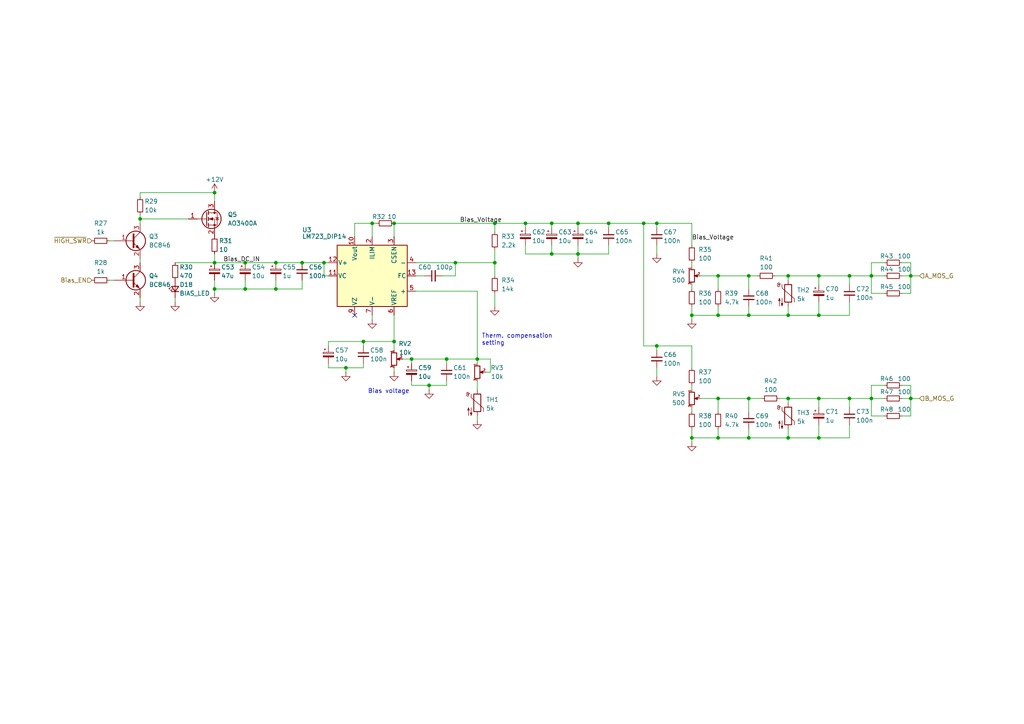
<source format=kicad_sch>
(kicad_sch (version 20231120) (generator "eeschema") (generator_version "8.0")
  (paper "A4")
  (title_block (title "600 W LDMOS HF RF Amplifier - Forte") (date "2023-07-08") (rev "1.1") (company "SP6GK") (comment 1 "RF pallet") (comment 2 "Bias network"))
  (lib_symbols
    (symbol "Device:C_Polarized_Small" (pin_numbers hide) (pin_names (offset 0.254) hide)
      (property "Reference" "C" (at 0.254 1.778 0))
      (property "Value" "C_Polarized_Small" (at 0.254 -2.032 0))
      (symbol "C_Polarized_Small_0_1"
        (rectangle (start -1.524 -0.3048) (end 1.524 -0.6858) (fill (type outline)))
        (rectangle (start -1.524 0.6858) (end 1.524 0.3048))
        (polyline (pts (xy -1.27 1.524) (xy -0.762 1.524)))
        (polyline (pts (xy -1.016 1.27) (xy -1.016 1.778)))
      )
      (symbol "C_Polarized_Small_1_1"
        (pin passive line (at 0 2.54 270) (length 1.8542) (name "~") (number "1"))
        (pin passive line (at 0 -2.54 90) (length 1.8542) (name "~") (number "2"))
      )
    )
    (symbol "Device:C_Small" (pin_numbers hide) (pin_names (offset 0.254) hide)
      (property "Reference" "C" (at 0.254 1.778 0))
      (property "Value" "C_Small" (at 0.254 -2.032 0))
      (symbol "C_Small_0_1"
        (polyline (pts (xy -1.524 -0.508) (xy 1.524 -0.508)) (stroke (width 0.3302)))
        (polyline (pts (xy -1.524 0.508) (xy 1.524 0.508)) (stroke (width 0.3048)))
      )
      (symbol "C_Small_1_1"
        (pin passive line (at 0 2.54 270) (length 2.032) (name "~") (number "1"))
        (pin passive line (at 0 -2.54 90) (length 2.032) (name "~") (number "2"))
      )
    )
    (symbol "Device:LED_Small" (pin_numbers hide) (pin_names (offset 0.254) hide)
      (property "Reference" "D" (at -1.27 3.175 0))
      (property "Value" "LED_Small" (at -4.445 -2.54 0))
      (symbol "LED_Small_0_1"
        (polyline (pts (xy -0.762 -1.016) (xy -0.762 1.016)) (stroke (width 0.254)))
        (polyline (pts (xy 1.016 0) (xy -0.762 0)))
        (polyline (pts (xy 0.762 -1.016) (xy -0.762 0) (xy 0.762 1.016) (xy 0.762 -1.016)) (stroke (width 0.254)))
        (polyline (pts (xy 0 0.762) (xy -0.508 1.27) (xy -0.254 1.27) (xy -0.508 1.27) (xy -0.508 1.016)))
        (polyline (pts (xy 0.508 1.27) (xy 0 1.778) (xy 0.254 1.778) (xy 0 1.778) (xy 0 1.524)))
      )
      (symbol "LED_Small_1_1"
        (pin passive line (at -2.54 0 0) (length 1.778) (name "K") (number "1"))
        (pin passive line (at 2.54 0 180) (length 1.778) (name "A") (number "2"))
      )
    )
    (symbol "Device:R_Potentiometer_Small" (pin_names (offset 1.016) hide)
      (property "Reference" "RV" (at -4.445 0 90))
      (property "Value" "R_Potentiometer_Small" (at -2.54 0 90))
      (symbol "R_Potentiometer_Small_0_1"
        (polyline (pts (xy 0.889 0) (xy 0.635 0) (xy 1.651 0.381) (xy 1.651 -0.381) (xy 0.635 0) (xy 0.889 0)) (fill (type outline)))
        (rectangle (start 0.762 1.8034) (end -0.762 -1.8034) (stroke (width 0.254)))
      )
      (symbol "R_Potentiometer_Small_1_1"
        (pin passive line (at 0 2.54 270) (length 0.635) (name "1") (number "1"))
        (pin passive line (at 2.54 0 180) (length 0.9906) (name "2") (number "2"))
        (pin passive line (at 0 -2.54 90) (length 0.635) (name "3") (number "3"))
      )
    )
    (symbol "Device:R_Small" (pin_numbers hide) (pin_names (offset 0.254) hide)
      (property "Reference" "R" (at 0.762 0.508 0))
      (property "Value" "R_Small" (at 0.762 -1.016 0))
      (symbol "R_Small_0_1"
        (rectangle (start -0.762 1.778) (end 0.762 -1.778) (stroke (width 0.2032)))
      )
      (symbol "R_Small_1_1"
        (pin passive line (at 0 2.54 270) (length 0.762) (name "~") (number "1"))
        (pin passive line (at 0 -2.54 90) (length 0.762) (name "~") (number "2"))
      )
    )
    (symbol "Device:Thermistor_NTC" (pin_numbers hide) (pin_names (offset 0))
      (property "Reference" "TH" (at -4.445 0 90))
      (property "Value" "Thermistor_NTC" (at 3.175 0 90))
      (symbol "Thermistor_NTC_0_1"
        (arc (start -3.048 2.159) (mid -3.0495 2.3143) (end -3.175 2.413))
        (arc (start -3.048 2.159) (mid -2.9736 1.9794) (end -2.794 1.905))
        (arc (start -3.048 2.794) (mid -2.9736 2.6144) (end -2.794 2.54))
        (arc (start -2.794 1.905) (mid -2.6144 1.9794) (end -2.54 2.159))
        (arc (start -2.794 2.54) (mid -2.4393 2.5587) (end -2.159 2.794))
        (arc (start -2.794 3.048) (mid -2.9736 2.9736) (end -3.048 2.794))
        (arc (start -2.54 2.794) (mid -2.6144 2.9736) (end -2.794 3.048))
        (rectangle (start -1.016 2.54) (end 1.016 -2.54) (stroke (width 0.254)))
        (polyline (pts (xy -2.54 2.159) (xy -2.54 2.794)))
        (polyline (pts (xy -1.778 2.54) (xy -1.778 1.524) (xy 1.778 -1.524) (xy 1.778 -2.54)))
        (polyline (pts (xy -2.54 -3.683) (xy -2.54 -1.397) (xy -2.794 -2.159) (xy -2.286 -2.159) (xy -2.54 -1.397) (xy -2.54 -1.651)) (fill (type outline)))
        (polyline (pts (xy -1.778 -1.397) (xy -1.778 -3.683) (xy -2.032 -2.921) (xy -1.524 -2.921) (xy -1.778 -3.683) (xy -1.778 -3.429)) (fill (type outline)))
      )
      (symbol "Thermistor_NTC_1_1"
        (pin passive line (at 0 3.81 270) (length 1.27) (name "~") (number "1"))
        (pin passive line (at 0 -3.81 90) (length 1.27) (name "~") (number "2"))
      )
    )
    (symbol "LM723_DIP14_1" (pin_names (offset 0.254))
      (property "Reference" "U7" (at 8.255 12.065 0))
      (property "Value" "LM723_DIP14" (at 8.255 10.16 0))
      (symbol "LM723_DIP14_1_0_1"
        (rectangle (start -10.16 8.89) (end 10.16 -8.89) (stroke (width 0.254)) (fill (type background)))
      )
      (symbol "LM723_DIP14_1_1_1"
        (pin no_connect line (at -13.335 17.145 0) (length 2.54) hide (name "NC") (number "1"))
        (pin power_out line (at -5.08 11.43 270) (length 2.54) (name "Vout") (number "10"))
        (pin power_in line (at -12.7 0 0) (length 2.54) (name "VC") (number "11"))
        (pin power_in line (at -12.7 3.81 0) (length 2.54) (name "V+") (number "12"))
        (pin input line (at 12.7 0 180) (length 2.54) (name "FC") (number "13"))
        (pin no_connect line (at -19.685 17.78 0) (length 2.54) hide (name "NC") (number "14"))
        (pin input line (at 0 11.43 270) (length 2.54) (name "ILIM") (number "2"))
        (pin input line (at 6.35 11.43 270) (length 2.54) (name "CSEN") (number "3"))
        (pin input line (at 12.7 3.81 180) (length 2.54) (name "-") (number "4"))
        (pin input line (at 12.7 -4.445 180) (length 2.54) (name "+") (number "5"))
        (pin power_out line (at 6.35 -11.43 90) (length 2.54) (name "VREF") (number "6"))
        (pin power_in line (at 0 -11.43 90) (length 2.54) (name "V-") (number "7"))
        (pin no_connect line (at -8.89 18.415 0) (length 2.54) hide (name "NC") (number "8"))
        (pin input line (at -5.08 -11.43 90) (length 2.54) (name "VZ") (number "9"))
      )
    )
    (symbol "Transistor_BJT:BC846" (pin_names (offset 0) hide)
      (property "Reference" "Q" (at 5.08 1.905 0))
      (property "Value" "BC846" (at 5.08 0 0))
      (symbol "BC846_0_1"
        (polyline (pts (xy 0.635 0.635) (xy 2.54 2.54)))
        (polyline (pts (xy 0.635 -0.635) (xy 2.54 -2.54) (xy 2.54 -2.54)))
        (polyline (pts (xy 0.635 1.905) (xy 0.635 -1.905) (xy 0.635 -1.905)) (stroke (width 0.508)))
        (polyline (pts (xy 1.27 -1.778) (xy 1.778 -1.27) (xy 2.286 -2.286) (xy 1.27 -1.778) (xy 1.27 -1.778)) (fill (type outline)))
        (circle (center 1.27 0) (radius 2.8194) (stroke (width 0.254)))
      )
      (symbol "BC846_1_1"
        (pin input line (at -5.08 0 0) (length 5.715) (name "B") (number "1"))
        (pin passive line (at 2.54 -5.08 90) (length 2.54) (name "E") (number "2"))
        (pin passive line (at 2.54 5.08 270) (length 2.54) (name "C") (number "3"))
      )
    )
    (symbol "Transistor_FET:AO3400A" (pin_names hide)
      (property "Reference" "Q" (at 5.08 1.905 0))
      (property "Value" "AO3400A" (at 5.08 0 0))
      (symbol "AO3400A_0_1"
        (polyline (pts (xy 0.254 0) (xy -2.54 0)))
        (polyline (pts (xy 0.254 1.905) (xy 0.254 -1.905)) (stroke (width 0.254)))
        (polyline (pts (xy 0.762 -1.27) (xy 0.762 -2.286)) (stroke (width 0.254)))
        (polyline (pts (xy 0.762 0.508) (xy 0.762 -0.508)) (stroke (width 0.254)))
        (polyline (pts (xy 0.762 2.286) (xy 0.762 1.27)) (stroke (width 0.254)))
        (polyline (pts (xy 2.54 2.54) (xy 2.54 1.778)))
        (polyline (pts (xy 2.54 -2.54) (xy 2.54 0) (xy 0.762 0)))
        (polyline (pts (xy 0.762 -1.778) (xy 3.302 -1.778) (xy 3.302 1.778) (xy 0.762 1.778)))
        (polyline (pts (xy 1.016 0) (xy 2.032 0.381) (xy 2.032 -0.381) (xy 1.016 0)) (fill (type outline)))
        (polyline (pts (xy 2.794 0.508) (xy 2.921 0.381) (xy 3.683 0.381) (xy 3.81 0.254)))
        (polyline (pts (xy 3.302 0.381) (xy 2.921 -0.254) (xy 3.683 -0.254) (xy 3.302 0.381)))
        (circle (center 1.651 0) (radius 2.794) (stroke (width 0.254)))
        (circle (center 2.54 -1.778) (radius 0.254) (fill (type outline)))
        (circle (center 2.54 1.778) (radius 0.254) (fill (type outline)))
      )
      (symbol "AO3400A_1_1"
        (pin input line (at -5.08 0 0) (length 2.54) (name "G") (number "1"))
        (pin passive line (at 2.54 -5.08 90) (length 2.54) (name "S") (number "2"))
        (pin passive line (at 2.54 5.08 270) (length 2.54) (name "D") (number "3"))
      )
    )
    (symbol "power:+12V" (power) (pin_numbers hide) (pin_names (offset 0) hide)
      (property "Value" "+12V" (at 0 3.556 0))
      (symbol "+12V_0_1"
        (polyline (pts (xy -0.762 1.27) (xy 0 2.54)))
        (polyline (pts (xy 0 0) (xy 0 2.54)))
        (polyline (pts (xy 0 2.54) (xy 0.762 1.27)))
      )
      (symbol "+12V_1_1"
        (pin power_in line (at 0 0 90) (length 0) (name "~") (number "1"))
      )
    )
    (symbol "power:GND" (power) (pin_numbers hide) (pin_names (offset 0) hide)
      (property "Value" "GND" (at 0 -3.81 0))
      (symbol "GND_0_1"
        (polyline (pts (xy 0 0) (xy 0 -1.27) (xy 1.27 -1.27) (xy 0 -2.54) (xy -1.27 -1.27) (xy 0 -1.27)))
      )
      (symbol "GND_1_1"
        (pin power_in line (at 0 0 270) (length 0) (name "~") (number "1"))
      )
    )
  )
  (junction (at 237.49 80.01))
  (junction (at 124.46 111.76))
  (junction (at 228.6 91.44))
  (junction (at 71.12 83.82))
  (junction (at 190.5 64.77))
  (junction (at 160.02 73.66))
  (junction (at 107.95 64.77))
  (junction (at 105.41 99.06))
  (junction (at 62.23 76.2))
  (junction (at 100.33 106.68))
  (junction (at 217.17 115.57))
  (junction (at 152.4 64.77))
  (junction (at 200.66 91.44))
  (junction (at 40.64 63.5))
  (junction (at 167.64 73.66))
  (junction (at 143.51 64.77))
  (junction (at 200.66 127))
  (junction (at 217.17 91.44))
  (junction (at 71.12 76.2))
  (junction (at 114.3 99.06))
  (junction (at 190.5 100.33))
  (junction (at 228.6 80.01))
  (junction (at 114.3 64.77))
  (junction (at 176.53 64.77))
  (junction (at 208.28 91.44))
  (junction (at 80.01 76.2))
  (junction (at 167.64 64.77))
  (junction (at 217.17 127))
  (junction (at 228.6 127))
  (junction (at 237.49 115.57))
  (junction (at 132.08 76.2))
  (junction (at 237.49 127))
  (junction (at 208.28 127))
  (junction (at 160.02 64.77))
  (junction (at 246.38 115.57))
  (junction (at 93.98 76.2))
  (junction (at 264.16 80.01))
  (junction (at 87.63 76.2))
  (junction (at 264.16 115.57))
  (junction (at 252.73 115.57))
  (junction (at 129.54 104.14))
  (junction (at 62.23 83.82))
  (junction (at 208.28 115.57))
  (junction (at 138.43 104.14))
  (junction (at 217.17 80.01))
  (junction (at 80.01 83.82))
  (junction (at 143.51 76.2))
  (junction (at 186.69 64.77))
  (junction (at 62.23 55.88))
  (junction (at 237.49 91.44))
  (junction (at 119.38 104.14))
  (junction (at 252.73 80.01))
  (junction (at 228.6 115.57))
  (junction (at 208.28 80.01))
  (junction (at 246.38 80.01))
  (no_connect (at 102.87 91.44))
  (wire (pts (xy 100.33 106.68) (xy 100.33 107.95)))
  (wire (pts (xy 200.66 100.33) (xy 200.66 106.68)))
  (wire (pts (xy 167.64 71.12) (xy 167.64 73.66)))
  (wire (pts (xy 129.54 104.14) (xy 129.54 105.41)))
  (wire (pts (xy 252.73 115.57) (xy 256.54 115.57)))
  (wire (pts (xy 107.95 64.77) (xy 102.87 64.77)))
  (wire (pts (xy 120.65 76.2) (xy 132.08 76.2)))
  (wire (pts (xy 160.02 64.77) (xy 160.02 66.04)))
  (wire (pts (xy 176.53 64.77) (xy 176.53 66.04)))
  (wire (pts (xy 62.23 55.88) (xy 62.23 58.42)))
  (wire (pts (xy 160.02 64.77) (xy 167.64 64.77)))
  (wire (pts (xy 246.38 123.19) (xy 246.38 127)))
  (wire (pts (xy 142.24 104.14) (xy 138.43 104.14)))
  (wire (pts (xy 217.17 80.01) (xy 217.17 83.82)))
  (wire (pts (xy 95.25 80.01) (xy 93.98 80.01)))
  (wire (pts (xy 107.95 91.44) (xy 107.95 92.71)))
  (wire (pts (xy 190.5 100.33) (xy 186.69 100.33)))
  (wire (pts (xy 208.28 127) (xy 217.17 127)))
  (wire (pts (xy 190.5 71.12) (xy 190.5 73.66)))
  (wire (pts (xy 256.54 76.2) (xy 252.73 76.2)))
  (wire (pts (xy 203.2 80.01) (xy 208.28 80.01)))
  (wire (pts (xy 252.73 111.76) (xy 252.73 115.57)))
  (wire (pts (xy 176.53 71.12) (xy 176.53 73.66)))
  (wire (pts (xy 105.41 99.06) (xy 105.41 100.33)))
  (wire (pts (xy 252.73 76.2) (xy 252.73 80.01)))
  (wire (pts (xy 114.3 91.44) (xy 114.3 99.06)))
  (wire (pts (xy 208.28 127) (xy 208.28 124.46)))
  (wire (pts (xy 228.6 88.9) (xy 228.6 91.44)))
  (wire (pts (xy 217.17 115.57) (xy 217.17 119.38)))
  (wire (pts (xy 71.12 76.2) (xy 80.01 76.2)))
  (wire (pts (xy 237.49 115.57) (xy 246.38 115.57)))
  (wire (pts (xy 217.17 91.44) (xy 217.17 88.9)))
  (wire (pts (xy 167.64 73.66) (xy 176.53 73.66)))
  (wire (pts (xy 200.66 91.44) (xy 208.28 91.44)))
  (wire (pts (xy 237.49 82.55) (xy 237.49 80.01)))
  (wire (pts (xy 208.28 80.01) (xy 208.28 83.82)))
  (wire (pts (xy 200.66 127) (xy 208.28 127)))
  (wire (pts (xy 87.63 81.28) (xy 87.63 83.82)))
  (wire (pts (xy 100.33 106.68) (xy 95.25 106.68)))
  (wire (pts (xy 200.66 82.55) (xy 200.66 83.82)))
  (wire (pts (xy 124.46 111.76) (xy 129.54 111.76)))
  (wire (pts (xy 120.65 80.01) (xy 123.19 80.01)))
  (wire (pts (xy 190.5 101.6) (xy 190.5 100.33)))
  (wire (pts (xy 105.41 105.41) (xy 105.41 106.68)))
  (wire (pts (xy 167.64 64.77) (xy 167.64 66.04)))
  (wire (pts (xy 228.6 124.46) (xy 228.6 127)))
  (wire (pts (xy 31.75 69.85) (xy 33.02 69.85)))
  (wire (pts (xy 143.51 85.09) (xy 143.51 88.9)))
  (wire (pts (xy 256.54 120.65) (xy 252.73 120.65)))
  (wire (pts (xy 237.49 118.11) (xy 237.49 115.57)))
  (wire (pts (xy 160.02 71.12) (xy 160.02 73.66)))
  (wire (pts (xy 152.4 73.66) (xy 160.02 73.66)))
  (wire (pts (xy 119.38 110.49) (xy 119.38 111.76)))
  (wire (pts (xy 62.23 83.82) (xy 62.23 85.09)))
  (wire (pts (xy 200.66 111.76) (xy 200.66 113.03)))
  (wire (pts (xy 228.6 80.01) (xy 228.6 81.28)))
  (wire (pts (xy 114.3 64.77) (xy 143.51 64.77)))
  (wire (pts (xy 128.27 80.01) (xy 132.08 80.01)))
  (wire (pts (xy 93.98 76.2) (xy 93.98 80.01)))
  (wire (pts (xy 252.73 80.01) (xy 256.54 80.01)))
  (wire (pts (xy 87.63 76.2) (xy 93.98 76.2)))
  (wire (pts (xy 252.73 115.57) (xy 252.73 120.65)))
  (wire (pts (xy 140.97 107.95) (xy 142.24 107.95)))
  (wire (pts (xy 208.28 91.44) (xy 217.17 91.44)))
  (wire (pts (xy 237.49 80.01) (xy 246.38 80.01)))
  (wire (pts (xy 186.69 64.77) (xy 190.5 64.77)))
  (wire (pts (xy 224.79 80.01) (xy 228.6 80.01)))
  (wire (pts (xy 237.49 91.44) (xy 246.38 91.44)))
  (wire (pts (xy 143.51 76.2) (xy 143.51 80.01)))
  (wire (pts (xy 152.4 64.77) (xy 160.02 64.77)))
  (wire (pts (xy 40.64 55.88) (xy 62.23 55.88)))
  (wire (pts (xy 261.62 76.2) (xy 264.16 76.2)))
  (wire (pts (xy 208.28 115.57) (xy 217.17 115.57)))
  (wire (pts (xy 200.66 76.2) (xy 200.66 77.47)))
  (wire (pts (xy 132.08 76.2) (xy 143.51 76.2)))
  (wire (pts (xy 93.98 76.2) (xy 95.25 76.2)))
  (wire (pts (xy 190.5 106.68) (xy 190.5 109.22)))
  (wire (pts (xy 261.62 120.65) (xy 264.16 120.65)))
  (wire (pts (xy 80.01 83.82) (xy 87.63 83.82)))
  (wire (pts (xy 264.16 115.57) (xy 264.16 120.65)))
  (wire (pts (xy 80.01 81.28) (xy 80.01 83.82)))
  (wire (pts (xy 40.64 55.88) (xy 40.64 57.15)))
  (wire (pts (xy 152.4 71.12) (xy 152.4 73.66)))
  (wire (pts (xy 62.23 81.28) (xy 62.23 83.82)))
  (wire (pts (xy 190.5 100.33) (xy 200.66 100.33)))
  (wire (pts (xy 228.6 127) (xy 237.49 127)))
  (wire (pts (xy 138.43 104.14) (xy 138.43 105.41)))
  (wire (pts (xy 116.84 104.14) (xy 119.38 104.14)))
  (wire (pts (xy 264.16 111.76) (xy 264.16 115.57)))
  (wire (pts (xy 200.66 127) (xy 200.66 128.27)))
  (wire (pts (xy 246.38 80.01) (xy 252.73 80.01)))
  (wire (pts (xy 237.49 123.19) (xy 237.49 127)))
  (wire (pts (xy 138.43 104.14) (xy 138.43 84.455)))
  (wire (pts (xy 152.4 64.77) (xy 152.4 66.04)))
  (wire (pts (xy 138.43 120.65) (xy 138.43 121.92)))
  (wire (pts (xy 50.8 76.2) (xy 62.23 76.2)))
  (wire (pts (xy 246.38 118.11) (xy 246.38 115.57)))
  (wire (pts (xy 40.64 63.5) (xy 54.61 63.5)))
  (wire (pts (xy 109.22 64.77) (xy 107.95 64.77)))
  (wire (pts (xy 226.06 115.57) (xy 228.6 115.57)))
  (wire (pts (xy 208.28 115.57) (xy 208.28 119.38)))
  (wire (pts (xy 200.66 91.44) (xy 200.66 92.71)))
  (wire (pts (xy 71.12 81.28) (xy 71.12 83.82)))
  (wire (pts (xy 228.6 91.44) (xy 237.49 91.44)))
  (wire (pts (xy 203.2 115.57) (xy 208.28 115.57)))
  (wire (pts (xy 246.38 82.55) (xy 246.38 80.01)))
  (wire (pts (xy 50.8 86.36) (xy 50.8 87.63)))
  (wire (pts (xy 264.16 115.57) (xy 266.7 115.57)))
  (wire (pts (xy 190.5 66.04) (xy 190.5 64.77)))
  (wire (pts (xy 246.38 115.57) (xy 252.73 115.57)))
  (wire (pts (xy 124.46 111.76) (xy 124.46 113.03)))
  (wire (pts (xy 217.17 127) (xy 217.17 124.46)))
  (wire (pts (xy 62.23 73.66) (xy 62.23 76.2)))
  (wire (pts (xy 138.43 110.49) (xy 138.43 113.03)))
  (wire (pts (xy 264.16 76.2) (xy 264.16 80.01)))
  (wire (pts (xy 132.08 80.01) (xy 132.08 76.2)))
  (wire (pts (xy 105.41 106.68) (xy 100.33 106.68)))
  (wire (pts (xy 114.3 106.68) (xy 114.3 107.95)))
  (wire (pts (xy 200.66 118.11) (xy 200.66 119.38)))
  (wire (pts (xy 200.66 64.77) (xy 200.66 71.12)))
  (wire (pts (xy 62.23 76.2) (xy 71.12 76.2)))
  (wire (pts (xy 31.75 81.28) (xy 33.02 81.28)))
  (wire (pts (xy 40.64 62.23) (xy 40.64 63.5)))
  (wire (pts (xy 228.6 115.57) (xy 228.6 116.84)))
  (wire (pts (xy 167.64 73.66) (xy 167.64 74.93)))
  (wire (pts (xy 107.95 64.77) (xy 107.95 68.58)))
  (wire (pts (xy 114.3 99.06) (xy 114.3 101.6)))
  (wire (pts (xy 114.3 99.06) (xy 105.41 99.06)))
  (wire (pts (xy 217.17 127) (xy 228.6 127)))
  (wire (pts (xy 102.87 64.77) (xy 102.87 68.58)))
  (wire (pts (xy 208.28 80.01) (xy 217.17 80.01)))
  (wire (pts (xy 143.51 64.77) (xy 152.4 64.77)))
  (wire (pts (xy 237.49 127) (xy 246.38 127)))
  (wire (pts (xy 261.62 111.76) (xy 264.16 111.76)))
  (wire (pts (xy 190.5 64.77) (xy 200.66 64.77)))
  (wire (pts (xy 261.62 80.01) (xy 264.16 80.01)))
  (wire (pts (xy 228.6 115.57) (xy 237.49 115.57)))
  (wire (pts (xy 261.62 115.57) (xy 264.16 115.57)))
  (wire (pts (xy 40.64 63.5) (xy 40.64 64.77)))
  (wire (pts (xy 143.51 67.31) (xy 143.51 64.77)))
  (wire (pts (xy 95.25 99.06) (xy 105.41 99.06)))
  (wire (pts (xy 200.66 124.46) (xy 200.66 127)))
  (wire (pts (xy 186.69 100.33) (xy 186.69 64.77)))
  (wire (pts (xy 208.28 91.44) (xy 208.28 88.9)))
  (wire (pts (xy 252.73 80.01) (xy 252.73 85.09)))
  (wire (pts (xy 80.01 76.2) (xy 87.63 76.2)))
  (wire (pts (xy 167.64 64.77) (xy 176.53 64.77)))
  (wire (pts (xy 40.64 86.36) (xy 40.64 87.63)))
  (wire (pts (xy 119.38 111.76) (xy 124.46 111.76)))
  (wire (pts (xy 246.38 87.63) (xy 246.38 91.44)))
  (wire (pts (xy 95.25 106.68) (xy 95.25 105.41)))
  (wire (pts (xy 217.17 115.57) (xy 220.98 115.57)))
  (wire (pts (xy 62.23 83.82) (xy 71.12 83.82)))
  (wire (pts (xy 217.17 80.01) (xy 219.71 80.01)))
  (wire (pts (xy 142.24 107.95) (xy 142.24 104.14)))
  (wire (pts (xy 264.16 80.01) (xy 266.7 80.01)))
  (wire (pts (xy 129.54 104.14) (xy 138.43 104.14)))
  (wire (pts (xy 256.54 111.76) (xy 252.73 111.76)))
  (wire (pts (xy 200.66 88.9) (xy 200.66 91.44)))
  (wire (pts (xy 138.43 84.455) (xy 120.65 84.455)))
  (wire (pts (xy 261.62 85.09) (xy 264.16 85.09)))
  (wire (pts (xy 237.49 87.63) (xy 237.49 91.44)))
  (wire (pts (xy 176.53 64.77) (xy 186.69 64.77)))
  (wire (pts (xy 95.25 100.33) (xy 95.25 99.06)))
  (wire (pts (xy 228.6 80.01) (xy 237.49 80.01)))
  (wire (pts (xy 40.64 74.93) (xy 40.64 76.2)))
  (wire (pts (xy 71.12 83.82) (xy 80.01 83.82)))
  (wire (pts (xy 129.54 110.49) (xy 129.54 111.76)))
  (wire (pts (xy 119.38 104.14) (xy 129.54 104.14)))
  (wire (pts (xy 114.3 64.77) (xy 114.3 68.58)))
  (wire (pts (xy 217.17 91.44) (xy 228.6 91.44)))
  (wire (pts (xy 119.38 104.14) (xy 119.38 105.41)))
  (wire (pts (xy 256.54 85.09) (xy 252.73 85.09)))
  (wire (pts (xy 264.16 80.01) (xy 264.16 85.09)))
  (wire (pts (xy 143.51 72.39) (xy 143.51 76.2)))
  (wire (pts (xy 160.02 73.66) (xy 167.64 73.66)))
  (text "Bias voltage" (at 106.68 114.3 0) (effects (font (size 1.27 1.27)) (justify left bottom)))
  (text "Therm. compensation\nsetting" (at 139.7 100.33 0) (effects (font (size 1.27 1.27)) (justify left bottom)))
  (label "Bias_Voltage" (at 200.66 69.85 0))
  (label "Bias_DC_IN" (at 64.77 76.2 0))
  (label "Bias_Voltage" (at 133.35 64.77 0))
  (hierarchical_label "A_MOS_G" (shape input) (at 266.7 80.01 0))
  (hierarchical_label "~{HIGH_SWR}" (shape input) (at 26.67 69.85 180))
  (hierarchical_label "Bias_EN" (shape input) (at 26.67 81.28 180))
  (hierarchical_label "B_MOS_G" (shape input) (at 266.7 115.57 0))
  (symbol (lib_id "Device:R_Small") (at 200.66 73.66 0) (unit 1)
    (property "Reference" "R35" (at 202.565 72.39 0) (effects (justify left)))
    (property "Value" "100" (at 202.565 74.93 0) (effects (justify left)))
    (property "Footprint" "Resistor_SMD:R_1812_4532Metric_Pad1.30x3.40mm_HandSolder" (effects (hide yes)))
  )
  (symbol (lib_id "Transistor_BJT:BC846") (at 38.1 81.28 0) (unit 1)
    (property "Reference" "Q4" (at 43.18 80.0099 0) (effects (justify left)))
    (property "Value" "BC846" (at 43.18 82.5499 0) (effects (justify left)))
    (property "Footprint" "Package_TO_SOT_SMD:SOT-23" (effects (hide yes)))
    (property "Datasheet" "https://assets.nexperia.com/documents/data-sheet/BC846_SER.pdf" (effects (hide yes)))
    (property "Description" "0.1A Ic, 65V Vce, NPN Transistor, SOT-23" (effects (hide yes)))
  )
  (symbol (lib_id "Device:R_Small") (at 29.21 69.85 90) (unit 1)
    (property "Reference" "R27" (at 29.21 64.77 90))
    (property "Value" "1k" (at 29.21 67.31 90))
    (property "Footprint" "Resistor_SMD:R_0603_1608Metric_Pad0.98x0.95mm_HandSolder" (effects (hide yes)))
  )
  (symbol (lib_id "Device:C_Polarized_Small") (at 237.49 85.09 0) (unit 1)
    (property "Reference" "C70" (at 239.395 83.82 0) (effects (justify left)))
    (property "Value" "1u" (at 239.395 86.36 0) (effects (justify left)))
    (property "Footprint" "Capacitor_SMD:C_0805_2012Metric_Pad1.18x1.45mm_HandSolder" (effects (hide yes)))
  )
  (symbol (lib_id "power:GND") (at 40.64 87.63 0) (unit 1)
    (property "Reference" "#PWR046" (effects (hide yes)))
    (property "Value" "GND" (effects (hide yes)))
    (property "Description" "Power symbol creates a global label with name \"GND\" , ground" (effects (hide yes)))
  )
  (symbol (lib_id "Device:C_Small") (at 105.41 102.87 0) (unit 1)
    (property "Reference" "C58" (at 107.315 101.6 0) (effects (justify left)))
    (property "Value" "100n" (at 107.315 104.14 0) (effects (justify left)))
    (property "Footprint" "Capacitor_SMD:C_0805_2012Metric_Pad1.18x1.45mm_HandSolder" (effects (hide yes)))
  )
  (symbol (lib_id "Device:R_Small") (at 29.21 81.28 90) (unit 1)
    (property "Reference" "R28" (at 29.21 76.2 90))
    (property "Value" "1k" (at 29.21 78.74 90))
    (property "Footprint" "Resistor_SMD:R_0603_1608Metric_Pad0.98x0.95mm_HandSolder" (effects (hide yes)))
  )
  (symbol (lib_id "power:GND") (at 190.5 73.66 0) (unit 1)
    (property "Reference" "#PWR058" (effects (hide yes)))
    (property "Value" "GND" (effects (hide yes)))
    (property "Description" "Power symbol creates a global label with name \"GND\" , ground" (effects (hide yes)))
  )
  (symbol (lib_id "Device:R_Small") (at 200.66 109.22 0) (unit 1)
    (property "Reference" "R37" (at 202.565 107.95 0) (effects (justify left)))
    (property "Value" "100" (at 202.565 110.49 0) (effects (justify left)))
    (property "Footprint" "Resistor_SMD:R_1812_4532Metric_Pad1.30x3.40mm_HandSolder" (effects (hide yes)))
  )
  (symbol (lib_id "Device:R_Small") (at 223.52 115.57 90) (unit 1)
    (property "Reference" "R42" (at 223.52 110.49 90))
    (property "Value" "100" (at 223.52 113.03 90))
    (property "Footprint" "Resistor_SMD:R_1812_4532Metric_Pad1.30x3.40mm_HandSolder" (effects (hide yes)))
  )
  (symbol (lib_id "Device:R_Small") (at 143.51 69.85 0) (unit 1)
    (property "Reference" "R33" (at 145.415 68.58 0) (effects (justify left)))
    (property "Value" "2.2k" (at 145.415 71.12 0) (effects (justify left)))
    (property "Footprint" "Resistor_SMD:R_0805_2012Metric_Pad1.20x1.40mm_HandSolder" (effects (hide yes)))
  )
  (symbol (lib_id "Device:C_Small") (at 217.17 121.92 0) (unit 1)
    (property "Reference" "C69" (at 219.075 120.65 0) (effects (justify left)))
    (property "Value" "100n" (at 219.075 123.19 0) (effects (justify left)))
    (property "Footprint" "Capacitor_SMD:C_0805_2012Metric_Pad1.18x1.45mm_HandSolder" (effects (hide yes)))
  )
  (symbol (lib_id "power:GND") (at 190.5 109.22 0) (unit 1)
    (property "Reference" "#PWR057" (effects (hide yes)))
    (property "Value" "GND" (effects (hide yes)))
    (property "Description" "Power symbol creates a global label with name \"GND\" , ground" (effects (hide yes)))
  )
  (symbol (lib_id "Device:C_Polarized_Small") (at 160.02 68.58 0) (unit 1)
    (property "Reference" "C63" (at 161.925 67.31 0) (effects (justify left)))
    (property "Value" "10u" (at 161.925 69.85 0) (effects (justify left)))
    (property "Footprint" "Capacitor_SMD:C_0805_2012Metric_Pad1.18x1.45mm_HandSolder" (effects (hide yes)))
  )
  (symbol (lib_id "Device:C_Small") (at 217.17 86.36 0) (unit 1)
    (property "Reference" "C68" (at 219.075 85.09 0) (effects (justify left)))
    (property "Value" "100n" (at 219.075 87.63 0) (effects (justify left)))
    (property "Footprint" "Capacitor_SMD:C_0805_2012Metric_Pad1.18x1.45mm_HandSolder" (effects (hide yes)))
  )
  (symbol (lib_id "Device:C_Small") (at 190.5 104.14 0) (unit 1)
    (property "Reference" "C66" (at 192.405 102.87 0) (effects (justify left)))
    (property "Value" "100n" (at 192.405 105.41 0) (effects (justify left)))
    (property "Footprint" "Capacitor_SMD:C_0805_2012Metric_Pad1.18x1.45mm_HandSolder" (effects (hide yes)))
  )
  (symbol (lib_id "power:GND") (at 100.33 107.95 0) (unit 1)
    (property "Reference" "#PWR050" (effects (hide yes)))
    (property "Value" "GND" (effects (hide yes)))
    (property "Description" "Power symbol creates a global label with name \"GND\" , ground" (effects (hide yes)))
  )
  (symbol (lib_id "Device:C_Small") (at 176.53 68.58 0) (unit 1)
    (property "Reference" "C65" (at 178.435 67.31 0) (effects (justify left)))
    (property "Value" "100n" (at 178.435 69.85 0) (effects (justify left)))
    (property "Footprint" "Capacitor_SMD:C_0805_2012Metric_Pad1.18x1.45mm_HandSolder" (effects (hide yes)))
  )
  (symbol (lib_id "Device:R_Small") (at 208.28 121.92 0) (unit 1)
    (property "Reference" "R40" (at 210.185 120.65 0) (effects (justify left)))
    (property "Value" "4.7k" (at 210.185 123.19 0) (effects (justify left)))
    (property "Footprint" "Capacitor_SMD:C_0805_2012Metric_Pad1.18x1.45mm_HandSolder" (effects (hide yes)))
  )
  (symbol (lib_id "power:GND") (at 167.64 74.93 0) (unit 1)
    (property "Reference" "#PWR056" (effects (hide yes)))
    (property "Value" "GND" (effects (hide yes)))
    (property "Description" "Power symbol creates a global label with name \"GND\" , ground" (effects (hide yes)))
  )
  (symbol (lib_id "Device:LED_Small") (at 50.8 83.82 90) (unit 1)
    (property "Reference" "D18" (at 52.07 82.55 90) (effects (justify right)))
    (property "Value" "BIAS_LED" (at 52.07 85.09 90) (effects (justify right)))
    (property "Footprint" "LED_SMD:LED_0805_2012Metric_Pad1.15x1.40mm_HandSolder" (effects (hide yes)))
  )
  (symbol (lib_id "power:GND") (at 114.3 107.95 0) (unit 1)
    (property "Reference" "#PWR052" (effects (hide yes)))
    (property "Value" "GND" (effects (hide yes)))
    (property "Description" "Power symbol creates a global label with name \"GND\" , ground" (effects (hide yes)))
  )
  (symbol (lib_id "Device:C_Polarized_Small") (at 237.49 120.65 0) (unit 1)
    (property "Reference" "C71" (at 239.395 119.38 0) (effects (justify left)))
    (property "Value" "1u" (at 239.395 121.92 0) (effects (justify left)))
    (property "Footprint" "Capacitor_SMD:C_0805_2012Metric_Pad1.18x1.45mm_HandSolder" (effects (hide yes)))
  )
  (symbol (lib_id "Device:R_Small") (at 259.08 76.2 90) (unit 1)
    (property "Reference" "R43" (at 257.175 74.295 90))
    (property "Value" "100" (at 262.255 74.295 90))
    (property "Footprint" "Resistor_SMD:R_1812_4532Metric_Pad1.30x3.40mm_HandSolder" (effects (hide yes)))
  )
  (symbol (lib_id "Device:C_Small") (at 125.73 80.01 90) (unit 1)
    (property "Reference" "C60" (at 123.19 77.47 90))
    (property "Value" "100p" (at 128.905 77.47 90))
    (property "Footprint" "Capacitor_SMD:C_1206_3216Metric_Pad1.33x1.80mm_HandSolder" (effects (hide yes)))
  )
  (symbol (lib_id "power:GND") (at 50.8 87.63 0) (unit 1)
    (property "Reference" "#PWR047" (effects (hide yes)))
    (property "Value" "GND" (effects (hide yes)))
    (property "Description" "Power symbol creates a global label with name \"GND\" , ground" (effects (hide yes)))
  )
  (symbol (lib_id "Device:R_Potentiometer_Small") (at 200.66 115.57 0) (unit 1)
    (property "Reference" "RV5" (at 198.755 114.3 0) (effects (justify right)))
    (property "Value" "500" (at 198.755 116.84 0) (effects (justify right)))
    (property "Footprint" "Potentiometer_SMD:Potentiometer_Bourns_3269W_Vertical" (effects (hide yes)))
  )
  (symbol (lib_id "power:GND") (at 143.51 88.9 0) (unit 1)
    (property "Reference" "#PWR055" (effects (hide yes)))
    (property "Value" "GND" (effects (hide yes)))
    (property "Description" "Power symbol creates a global label with name \"GND\" , ground" (effects (hide yes)))
  )
  (symbol (lib_id "Device:R_Small") (at 259.08 115.57 90) (unit 1)
    (property "Reference" "R47" (at 257.175 113.665 90))
    (property "Value" "100" (at 262.255 113.665 90))
    (property "Footprint" "Resistor_SMD:R_1812_4532Metric_Pad1.30x3.40mm_HandSolder" (effects (hide yes)))
  )
  (symbol (lib_id "Device:C_Polarized_Small") (at 152.4 68.58 0) (unit 1)
    (property "Reference" "C62" (at 154.305 67.31 0) (effects (justify left)))
    (property "Value" "10u" (at 154.305 69.85 0) (effects (justify left)))
    (property "Footprint" "Capacitor_SMD:C_0805_2012Metric_Pad1.18x1.45mm_HandSolder" (effects (hide yes)))
  )
  (symbol (lib_id "power:GND") (at 62.23 85.09 0) (unit 1)
    (property "Reference" "#PWR049" (effects (hide yes)))
    (property "Value" "GND" (effects (hide yes)))
    (property "Description" "Power symbol creates a global label with name \"GND\" , ground" (effects (hide yes)))
  )
  (symbol (lib_id "Device:C_Small") (at 246.38 120.65 0) (unit 1)
    (property "Reference" "C73" (at 248.285 119.38 0) (effects (justify left)))
    (property "Value" "100n" (at 248.285 121.92 0) (effects (justify left)))
    (property "Footprint" "Capacitor_SMD:C_0805_2012Metric_Pad1.18x1.45mm_HandSolder" (effects (hide yes)))
  )
  (symbol (lib_id "Device:R_Small") (at 208.28 86.36 0) (unit 1)
    (property "Reference" "R39" (at 210.185 85.09 0) (effects (justify left)))
    (property "Value" "4.7k" (at 210.185 87.63 0) (effects (justify left)))
    (property "Footprint" "Capacitor_SMD:C_0805_2012Metric_Pad1.18x1.45mm_HandSolder" (effects (hide yes)))
  )
  (symbol (lib_id "Device:R_Small") (at 259.08 111.76 90) (unit 1)
    (property "Reference" "R46" (at 257.175 109.855 90))
    (property "Value" "100" (at 262.255 109.855 90))
    (property "Footprint" "Resistor_SMD:R_1812_4532Metric_Pad1.30x3.40mm_HandSolder" (effects (hide yes)))
  )
  (symbol (lib_id "Transistor_FET:AO3400A") (at 59.69 63.5 0) (unit 1)
    (property "Reference" "Q5" (at 66.04 62.2299 0) (effects (justify left)))
    (property "Value" "AO3400A" (at 66.04 64.7699 0) (effects (justify left)))
    (property "Footprint" "Package_TO_SOT_SMD:SOT-23" (effects (hide yes)))
    (property "Datasheet" "http://www.aosmd.com/pdfs/datasheet/AO3400A.pdf" (effects (hide yes)))
    (property "Description" "30V Vds, 5.7A Id, N-Channel MOSFET, SOT-23" (effects (hide yes)))
  )
  (symbol (lib_id "Device:C_Small") (at 87.63 78.74 0) (unit 1)
    (property "Reference" "C56" (at 89.535 77.47 0) (effects (justify left)))
    (property "Value" "100n" (at 89.535 80.01 0) (effects (justify left)))
    (property "Footprint" "Capacitor_SMD:C_0805_2012Metric_Pad1.18x1.45mm_HandSolder" (effects (hide yes)))
  )
  (symbol (lib_id "Device:C_Polarized_Small") (at 62.23 78.74 0) (unit 1)
    (property "Reference" "C53" (at 64.135 77.47 0) (effects (justify left)))
    (property "Value" "47u" (at 64.135 80.01 0) (effects (justify left)))
    (property "Footprint" "Capacitor_SMD:CP_Elec_10x10.5" (effects (hide yes)))
  )
  (symbol (lib_id "Device:C_Small") (at 129.54 107.95 0) (unit 1)
    (property "Reference" "C61" (at 131.445 106.68 0) (effects (justify left)))
    (property "Value" "100n" (at 131.445 109.22 0) (effects (justify left)))
    (property "Footprint" "Capacitor_SMD:C_0805_2012Metric_Pad1.18x1.45mm_HandSolder" (effects (hide yes)))
  )
  (symbol (lib_id "Device:Thermistor_NTC") (at 138.43 116.84 0) (unit 1)
    (property "Reference" "TH1" (at 140.97 115.8875 0) (effects (justify left)))
    (property "Value" "5k" (at 140.97 118.4275 0) (effects (justify left)))
    (property "Footprint" "Resistor_THT:R_Axial_DIN0207_L6.3mm_D2.5mm_P2.54mm_Vertical" (effects (hide yes)))
  )
  (symbol (lib_id "Device:R_Small") (at 200.66 121.92 0) (unit 1)
    (property "Reference" "R38" (at 202.565 120.65 0) (effects (justify left)))
    (property "Value" "100" (at 202.565 123.19 0) (effects (justify left)))
    (property "Footprint" "Resistor_SMD:R_1812_4532Metric_Pad1.30x3.40mm_HandSolder" (effects (hide yes)))
  )
  (symbol (lib_id "Device:R_Small") (at 200.66 86.36 0) (unit 1)
    (property "Reference" "R36" (at 202.565 85.09 0) (effects (justify left)))
    (property "Value" "100" (at 202.565 87.63 0) (effects (justify left)))
    (property "Footprint" "Resistor_SMD:R_1812_4532Metric_Pad1.30x3.40mm_HandSolder" (effects (hide yes)))
  )
  (symbol (lib_id "Device:R_Small") (at 111.76 64.77 90) (unit 1)
    (property "Reference" "R32" (at 109.855 62.865 90))
    (property "Value" "10" (at 113.665 62.865 90))
    (property "Footprint" "Resistor_SMD:R_0805_2012Metric_Pad1.20x1.40mm_HandSolder" (effects (hide yes)))
  )
  (symbol (lib_id "Device:R_Small") (at 62.23 71.12 0) (unit 1)
    (property "Reference" "R31" (at 63.5 69.85 0) (effects (justify left)))
    (property "Value" "10" (at 63.5 72.39 0) (effects (justify left)))
    (property "Footprint" "Resistor_SMD:R_0805_2012Metric_Pad1.20x1.40mm_HandSolder" (effects (hide yes)))
  )
  (symbol (lib_id "Device:Thermistor_NTC") (at 228.6 120.65 0) (unit 1)
    (property "Reference" "TH3" (at 231.14 119.6975 0) (effects (justify left)))
    (property "Value" "5k" (at 231.14 122.2375 0) (effects (justify left)))
    (property "Footprint" "Resistor_THT:R_Axial_DIN0207_L6.3mm_D2.5mm_P2.54mm_Vertical" (effects (hide yes)))
  )
  (symbol (lib_id "Transistor_BJT:BC846") (at 38.1 69.85 0) (unit 1)
    (property "Reference" "Q3" (at 43.18 68.5799 0) (effects (justify left)))
    (property "Value" "BC846" (at 43.18 71.1199 0) (effects (justify left)))
    (property "Footprint" "Package_TO_SOT_SMD:SOT-23" (effects (hide yes)))
    (property "Datasheet" "https://assets.nexperia.com/documents/data-sheet/BC846_SER.pdf" (effects (hide yes)))
    (property "Description" "0.1A Ic, 65V Vce, NPN Transistor, SOT-23" (effects (hide yes)))
  )
  (symbol (lib_id "Device:C_Polarized_Small") (at 167.64 68.58 0) (unit 1)
    (property "Reference" "C64" (at 169.545 67.31 0) (effects (justify left)))
    (property "Value" "1u" (at 169.545 69.85 0) (effects (justify left)))
    (property "Footprint" "Capacitor_SMD:C_0805_2012Metric_Pad1.18x1.45mm_HandSolder" (effects (hide yes)))
  )
  (symbol (lib_id "power:GND") (at 107.95 92.71 0) (unit 1)
    (property "Reference" "#PWR051" (effects (hide yes)))
    (property "Value" "GND" (effects (hide yes)))
    (property "Description" "Power symbol creates a global label with name \"GND\" , ground" (effects (hide yes)))
  )
  (symbol (lib_id "power:GND") (at 200.66 128.27 0) (unit 1)
    (property "Reference" "#PWR060" (effects (hide yes)))
    (property "Value" "GND" (effects (hide yes)))
    (property "Description" "Power symbol creates a global label with name \"GND\" , ground" (effects (hide yes)))
  )
  (symbol (lib_id "Device:C_Polarized_Small") (at 95.25 102.87 0) (unit 1)
    (property "Reference" "C57" (at 97.155 101.6 0) (effects (justify left)))
    (property "Value" "10u" (at 97.155 104.14 0) (effects (justify left)))
    (property "Footprint" "Capacitor_SMD:C_0805_2012Metric_Pad1.18x1.45mm_HandSolder" (effects (hide yes)))
  )
  (symbol (lib_id "Device:C_Polarized_Small") (at 119.38 107.95 0) (unit 1)
    (property "Reference" "C59" (at 121.285 106.68 0) (effects (justify left)))
    (property "Value" "10u" (at 121.285 109.22 0) (effects (justify left)))
    (property "Footprint" "Capacitor_SMD:C_0805_2012Metric_Pad1.18x1.45mm_HandSolder" (effects (hide yes)))
  )
  (symbol (lib_id "Device:C_Polarized_Small") (at 71.12 78.74 0) (unit 1)
    (property "Reference" "C54" (at 73.025 77.47 0) (effects (justify left)))
    (property "Value" "10u" (at 73.025 80.01 0) (effects (justify left)))
    (property "Footprint" "Capacitor_SMD:C_0805_2012Metric_Pad1.18x1.45mm_HandSolder" (effects (hide yes)))
  )
  (symbol (lib_id "Device:Thermistor_NTC") (at 228.6 85.09 0) (unit 1)
    (property "Reference" "TH2" (at 231.14 84.1375 0) (effects (justify left)))
    (property "Value" "5k" (at 231.14 86.6775 0) (effects (justify left)))
    (property "Footprint" "Resistor_THT:R_Axial_DIN0207_L6.3mm_D2.5mm_P2.54mm_Vertical" (effects (hide yes)))
  )
  (symbol (lib_id "Device:R_Small") (at 259.08 85.09 90) (unit 1)
    (property "Reference" "R45" (at 257.175 83.185 90))
    (property "Value" "100" (at 262.255 83.185 90))
    (property "Footprint" "Resistor_SMD:R_1812_4532Metric_Pad1.30x3.40mm_HandSolder" (effects (hide yes)))
  )
  (symbol (lib_id "Device:R_Small") (at 259.08 80.01 90) (unit 1)
    (property "Reference" "R44" (at 257.175 78.105 90))
    (property "Value" "100" (at 262.255 78.105 90))
    (property "Footprint" "Resistor_SMD:R_1812_4532Metric_Pad1.30x3.40mm_HandSolder" (effects (hide yes)))
  )
  (symbol (lib_id "Device:R_Small") (at 50.8 78.74 0) (unit 1)
    (property "Reference" "R30" (at 52.07 77.47 0) (effects (justify left)))
    (property "Value" "470" (at 52.07 80.01 0) (effects (justify left)))
    (property "Footprint" "Resistor_SMD:R_0805_2012Metric_Pad1.20x1.40mm_HandSolder" (effects (hide yes)))
  )
  (symbol (lib_id "power:GND") (at 124.46 113.03 0) (unit 1)
    (property "Reference" "#PWR053" (effects (hide yes)))
    (property "Value" "GND" (effects (hide yes)))
    (property "Description" "Power symbol creates a global label with name \"GND\" , ground" (effects (hide yes)))
  )
  (symbol (lib_id "Device:R_Potentiometer_Small") (at 138.43 107.95 0) (unit 1)
    (property "Reference" "RV3" (at 146.05 106.68 0) (effects (justify right)))
    (property "Value" "10k" (at 146.05 109.22 0) (effects (justify right)))
    (property "Footprint" "Potentiometer_SMD:Potentiometer_Bourns_3269W_Vertical" (effects (hide yes)))
  )
  (symbol (lib_id "power:GND") (at 200.66 92.71 0) (unit 1)
    (property "Reference" "#PWR059" (effects (hide yes)))
    (property "Value" "GND" (effects (hide yes)))
    (property "Description" "Power symbol creates a global label with name \"GND\" , ground" (effects (hide yes)))
  )
  (symbol (lib_id "Device:R_Small") (at 259.08 120.65 90) (unit 1)
    (property "Reference" "R48" (at 257.175 118.745 90))
    (property "Value" "100" (at 262.255 118.745 90))
    (property "Footprint" "Resistor_SMD:R_1812_4532Metric_Pad1.30x3.40mm_HandSolder" (effects (hide yes)))
  )
  (symbol (lib_id "Device:R_Potentiometer_Small") (at 114.3 104.14 0) (unit 1)
    (property "Reference" "RV2" (at 119.38 99.695 0) (effects (justify right)))
    (property "Value" "10k" (at 119.38 102.235 0) (effects (justify right)))
    (property "Footprint" "Potentiometer_SMD:Potentiometer_Bourns_3269W_Vertical" (effects (hide yes)))
  )
  (symbol (lib_id "Device:C_Polarized_Small") (at 80.01 78.74 0) (unit 1)
    (property "Reference" "C55" (at 81.915 77.47 0) (effects (justify left)))
    (property "Value" "1u" (at 81.915 80.01 0) (effects (justify left)))
    (property "Footprint" "Capacitor_SMD:C_0805_2012Metric_Pad1.18x1.45mm_HandSolder" (effects (hide yes)))
  )
  (symbol (lib_id "Device:R_Small") (at 40.64 59.69 0) (unit 1)
    (property "Reference" "R29" (at 41.91 58.42 0) (effects (justify left)))
    (property "Value" "10k" (at 41.91 60.96 0) (effects (justify left)))
    (property "Footprint" "Resistor_SMD:R_0603_1608Metric_Pad0.98x0.95mm_HandSolder" (effects (hide yes)))
  )
  (symbol (lib_id "power:+12V") (at 62.23 55.88 0) (unit 1)
    (property "Reference" "#PWR048" (effects (hide yes)))
    (property "Value" "+12V" (at 62.23 52.07 0))
    (property "Description" "Power symbol creates a global label with name \"+12V\"" (effects (hide yes)))
  )
  (symbol (lib_id "Device:C_Small") (at 246.38 85.09 0) (unit 1)
    (property "Reference" "C72" (at 248.285 83.82 0) (effects (justify left)))
    (property "Value" "100n" (at 248.285 86.36 0) (effects (justify left)))
    (property "Footprint" "Capacitor_SMD:C_0805_2012Metric_Pad1.18x1.45mm_HandSolder" (effects (hide yes)))
  )
  (symbol (lib_name "LM723_DIP14_1") (lib_id "Regulator_Linear:LM723_DIP14") (at 107.95 80.01 0) (unit 1)
    (property "Reference" "U3" (at 87.63 66.675 0) (effects (justify left)))
    (property "Value" "LM723_DIP14" (at 87.63 68.58 0) (effects (justify left)))
    (property "Footprint" "Package_SO:SO-14_3.9x8.65mm_P1.27mm" (effects (hide yes)))
    (property "Datasheet" "http://www.ti.com/lit/ds/symlink/lm723.pdf" (effects (hide yes)))
  )
  (symbol (lib_id "power:GND") (at 138.43 121.92 0) (unit 1)
    (property "Reference" "#PWR054" (effects (hide yes)))
    (property "Value" "GND" (effects (hide yes)))
    (property "Description" "Power symbol creates a global label with name \"GND\" , ground" (effects (hide yes)))
  )
  (symbol (lib_id "Device:C_Small") (at 190.5 68.58 0) (unit 1)
    (property "Reference" "C67" (at 192.405 67.31 0) (effects (justify left)))
    (property "Value" "100n" (at 192.405 69.85 0) (effects (justify left)))
    (property "Footprint" "Capacitor_SMD:C_0805_2012Metric_Pad1.18x1.45mm_HandSolder" (effects (hide yes)))
  )
  (symbol (lib_id "Device:R_Small") (at 222.25 80.01 90) (unit 1)
    (property "Reference" "R41" (at 222.25 74.93 90))
    (property "Value" "100" (at 222.25 77.47 90))
    (property "Footprint" "Resistor_SMD:R_1812_4532Metric_Pad1.30x3.40mm_HandSolder" (effects (hide yes)))
  )
  (symbol (lib_id "Device:R_Potentiometer_Small") (at 200.66 80.01 0) (unit 1)
    (property "Reference" "RV4" (at 198.755 78.74 0) (effects (justify right)))
    (property "Value" "500" (at 198.755 81.28 0) (effects (justify right)))
    (property "Footprint" "Potentiometer_SMD:Potentiometer_Bourns_3269W_Vertical" (effects (hide yes)))
  )
  (symbol (lib_id "Device:R_Small") (at 143.51 82.55 0) (unit 1)
    (property "Reference" "R34" (at 145.415 81.28 0) (effects (justify left)))
    (property "Value" "14k" (at 145.415 83.82 0) (effects (justify left)))
    (property "Footprint" "Resistor_SMD:R_0805_2012Metric_Pad1.20x1.40mm_HandSolder" (effects (hide yes)))
  )
)
</source>
